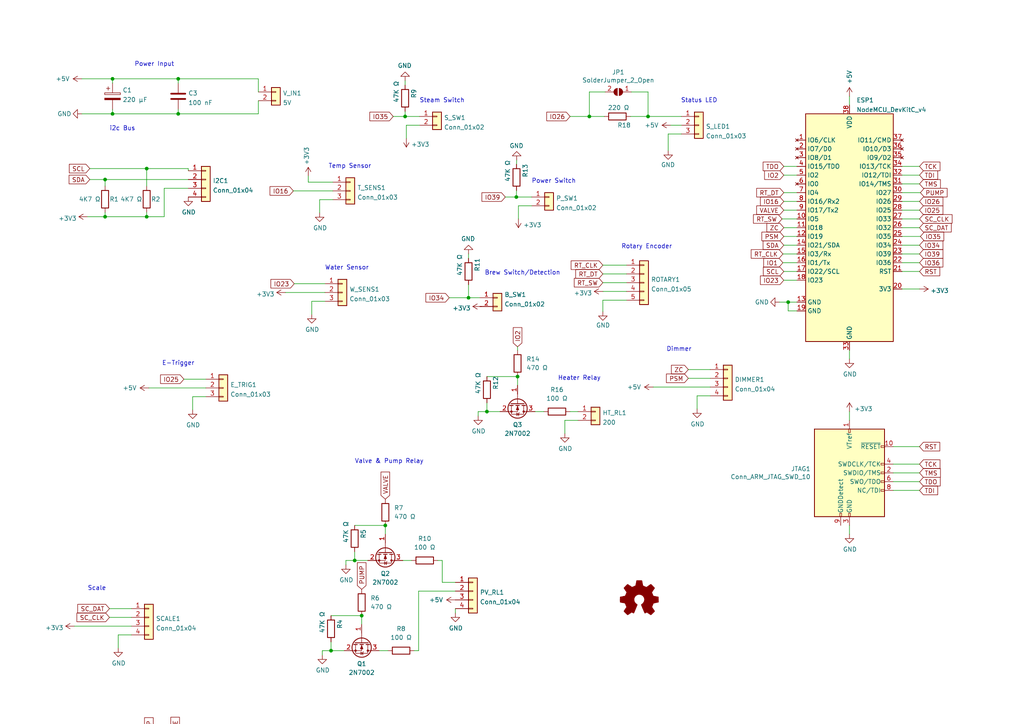
<source format=kicad_sch>
(kicad_sch (version 20230121) (generator eeschema)
  (paper "A4")
  (title_block (title "ESP32 Breakout Board") (date "2023-02-20") (rev "1.4") (company "CleverCoffee "))
  (junction (at 246.38 246.38))
  (junction (at 111.76 152.4))
  (junction (at 246.38 236.22))
  (junction (at 96.012 188.722))
  (junction (at 228.6 87.63))
  (junction (at 261.62 246.38))
  (junction (at 51.689 33.02))
  (junction (at 42.545 48.895))
  (junction (at 102.87 162.56))
  (junction (at 170.942 33.782))
  (junction (at 164.211 242.57))
  (junction (at 149.7584 57.15))
  (junction (at 129.54 232.41))
  (junction (at 129.54 242.57))
  (junction (at 144.78 242.57))
  (junction (at 135.89 86.36))
  (junction (at 51.689 22.86))
  (junction (at 32.639 22.86))
  (junction (at 30.48 52.07))
  (junction (at 42.545 62.865))
  (junction (at 32.639 33.02))
  (junction (at 150.114 109.22))
  (junction (at 141.224 119.38))
  (junction (at 104.902 178.562))
  (junction (at 279.4 246.38))
  (junction (at 117.5004 33.782))
  (junction (at 30.48 62.865))
  (junction (at 187.96 33.782))
  (wire (pts (xy 149.8092 55.2704) (xy 149.7584 57.15)))
  (wire (pts (xy 165.354 33.782) (xy 170.942 33.782)))
  (wire (pts (xy 85.344 82.296) (xy 94.234 82.296)))
  (wire (pts (xy 117.5004 33.782) (xy 121.666 33.782)))
  (wire (pts (xy 141.224 109.22) (xy 150.114 109.22)))
  (wire (pts (xy 279.4 243.84) (xy 279.4 246.38)))
  (wire (pts (xy 34.29 184.15) (xy 34.29 187.96)))
  (wire (pts (xy 85.09 55.372) (xy 96.52 55.372)))
  (wire (pts (xy 120.142 188.722) (xy 121.412 188.722)))
  (wire (pts (xy 117.5004 23.4188) (xy 117.5004 24.6888)))
  (wire (pts (xy 181.7116 76.9112) (xy 174.8536 76.9112)))
  (wire (pts (xy 150.114 109.22) (xy 150.114 111.76)))
  (wire (pts (xy 93.472 188.722) (xy 93.472 189.992)))
  (wire (pts (xy 128.27 168.91) (xy 132.08 168.91)))
  (wire (pts (xy 226.06 87.63) (xy 228.6 87.63)))
  (wire (pts (xy 137.16 232.41) (xy 137.16 234.95)))
  (wire (pts (xy 187.96 26.67) (xy 187.96 33.782)))
  (wire (pts (xy 194.564 36.322) (xy 197.612 36.322)))
  (wire (pts (xy 42.545 53.975) (xy 42.545 48.895)))
  (wire (pts (xy 51.689 22.86) (xy 51.689 24.13)))
  (wire (pts (xy 90.424 87.376) (xy 94.234 87.376)))
  (wire (pts (xy 279.4 255.27) (xy 279.4 251.46)))
  (wire (pts (xy 170.942 26.67) (xy 170.942 33.782)))
  (wire (pts (xy 174.8536 81.9912) (xy 181.7116 81.9912)))
  (wire (pts (xy 197.612 38.862) (xy 193.802 38.862)))
  (wire (pts (xy 26.035 52.07) (xy 30.48 52.07)))
  (wire (pts (xy 32.639 33.02) (xy 51.689 33.02)))
  (wire (pts (xy 246.38 101.6) (xy 246.38 104.14)))
  (wire (pts (xy 30.48 62.865) (xy 42.545 62.865)))
  (wire (pts (xy 243.586 246.38) (xy 246.38 246.38)))
  (wire (pts (xy 90.424 91.186) (xy 90.424 87.376)))
  (wire (pts (xy 43.18 112.522) (xy 59.69 112.522)))
  (wire (pts (xy 154.178 59.69) (xy 150.368 59.69)))
  (wire (pts (xy 89.408 52.832) (xy 89.408 51.054)))
  (wire (pts (xy 259.08 137.16) (xy 266.7 137.16)))
  (wire (pts (xy 259.08 246.38) (xy 261.62 246.38)))
  (wire (pts (xy 32.639 22.86) (xy 32.639 24.13)))
  (wire (pts (xy 51.689 31.75) (xy 51.689 33.02)))
  (wire (pts (xy 259.08 134.62) (xy 266.7 134.62)))
  (wire (pts (xy 228.6 87.63) (xy 231.14 87.63)))
  (wire (pts (xy 246.38 27.94) (xy 246.38 30.48)))
  (wire (pts (xy 279.4 251.46) (xy 283.21 251.46)))
  (wire (pts (xy 93.472 188.722) (xy 96.012 188.722)))
  (wire (pts (xy 135.89 86.36) (xy 139.192 86.36)))
  (wire (pts (xy 227.33 50.8) (xy 231.14 50.8)))
  (wire (pts (xy 31.75 176.53) (xy 38.1 176.53)))
  (wire (pts (xy 32.639 31.75) (xy 32.639 33.02)))
  (wire (pts (xy 150.114 100.584) (xy 150.114 101.6)))
  (wire (pts (xy 31.75 179.07) (xy 38.1 179.07)))
  (wire (pts (xy 261.62 50.8) (xy 266.7 50.8)))
  (wire (pts (xy 174.9044 84.5312) (xy 181.7116 84.5312)))
  (wire (pts (xy 165.354 119.38) (xy 167.64 119.38)))
  (wire (pts (xy 164.211 242.57) (xy 166.878 242.57)))
  (wire (pts (xy 226.822 63.5) (xy 231.14 63.5)))
  (wire (pts (xy 149.479 245.11) (xy 166.878 245.11)))
  (wire (pts (xy 227.33 68.58) (xy 231.14 68.58)))
  (wire (pts (xy 227.33 71.12) (xy 231.14 71.12)))
  (wire (pts (xy 157.734 119.38) (xy 155.194 119.38)))
  (wire (pts (xy 92.71 57.912) (xy 96.52 57.912)))
  (wire (pts (xy 167.64 121.92) (xy 163.83 121.92)))
  (wire (pts (xy 174.8536 87.0712) (xy 174.8536 90.3732)))
  (wire (pts (xy 227.076 76.2) (xy 231.14 76.2)))
  (wire (pts (xy 100.33 162.56) (xy 100.33 163.83)))
  (wire (pts (xy 129.54 241.3) (xy 129.54 242.57)))
  (wire (pts (xy 96.012 188.722) (xy 99.822 188.722)))
  (wire (pts (xy 53.34 109.982) (xy 59.69 109.982)))
  (wire (pts (xy 42.545 62.865) (xy 42.545 61.595)))
  (wire (pts (xy 112.522 188.722) (xy 109.982 188.722)))
  (wire (pts (xy 111.76 152.4) (xy 111.76 154.94)))
  (wire (pts (xy 279.4 234.95) (xy 279.4 236.22)))
  (wire (pts (xy 261.62 60.96) (xy 266.7 60.96)))
  (wire (pts (xy 261.62 58.42) (xy 266.7 58.42)))
  (wire (pts (xy 51.689 22.86) (xy 74.93 22.86)))
  (wire (pts (xy 261.62 53.34) (xy 266.7 53.34)))
  (wire (pts (xy 121.666 36.322) (xy 117.856 36.322)))
  (wire (pts (xy 141.224 119.38) (xy 145.034 119.38)))
  (wire (pts (xy 182.88 33.782) (xy 187.96 33.782)))
  (wire (pts (xy 96.012 186.182) (xy 96.012 188.722)))
  (wire (pts (xy 21.59 181.61) (xy 38.1 181.61)))
  (wire (pts (xy 261.62 48.26) (xy 266.7 48.26)))
  (wire (pts (xy 227.33 55.88) (xy 231.14 55.88)))
  (wire (pts (xy 142.24 242.57) (xy 144.78 242.57)))
  (wire (pts (xy 138.684 119.38) (xy 141.224 119.38)))
  (wire (pts (xy 96.012 178.562) (xy 104.902 178.562)))
  (wire (pts (xy 259.08 142.24) (xy 266.7 142.24)))
  (wire (pts (xy 128.27 162.56) (xy 128.27 168.91)))
  (wire (pts (xy 23.749 22.86) (xy 32.639 22.86)))
  (wire (pts (xy 227.33 58.42) (xy 231.14 58.42)))
  (wire (pts (xy 102.87 152.4) (xy 111.76 152.4)))
  (wire (pts (xy 100.33 162.56) (xy 102.87 162.56)))
  (wire (pts (xy 149.7584 57.15) (xy 154.178 57.15)))
  (wire (pts (xy 261.62 55.88) (xy 266.954 55.88)))
  (wire (pts (xy 102.87 162.56) (xy 106.68 162.56)))
  (wire (pts (xy 146.558 57.15) (xy 149.7584 57.15)))
  (wire (pts (xy 261.62 245.11) (xy 261.62 246.38)))
  (wire (pts (xy 175.514 26.67) (xy 170.942 26.67)))
  (wire (pts (xy 170.942 33.782) (xy 175.26 33.782)))
  (wire (pts (xy 261.62 63.5) (xy 266.7 63.5)))
  (wire (pts (xy 82.804 84.836) (xy 94.234 84.836)))
  (wire (pts (xy 129.54 232.41) (xy 137.16 232.41)))
  (wire (pts (xy 74.93 22.86) (xy 74.93 26.67)))
  (wire (pts (xy 199.644 107.188) (xy 205.994 107.188)))
  (wire (pts (xy 246.38 119.38) (xy 246.38 121.92)))
  (wire (pts (xy 127 162.56) (xy 128.27 162.56)))
  (wire (pts (xy 246.38 236.22) (xy 254 236.22)))
  (wire (pts (xy 199.644 109.728) (xy 205.994 109.728)))
  (wire (pts (xy 246.38 236.22) (xy 246.38 237.49)))
  (wire (pts (xy 261.62 68.58) (xy 266.954 68.58)))
  (wire (pts (xy 127 242.57) (xy 129.54 242.57)))
  (wire (pts (xy 202.184 114.808) (xy 205.994 114.808)))
  (wire (pts (xy 55.88 115.062) (xy 59.69 115.062)))
  (wire (pts (xy 51.689 33.02) (xy 74.93 33.02)))
  (wire (pts (xy 130.302 86.36) (xy 135.89 86.36)))
  (wire (pts (xy 74.93 33.02) (xy 74.93 29.21)))
  (wire (pts (xy 259.08 139.7) (xy 266.7 139.7)))
  (wire (pts (xy 26.035 48.895) (xy 42.545 48.895)))
  (wire (pts (xy 119.38 162.56) (xy 116.84 162.56)))
  (wire (pts (xy 135.89 82.55) (xy 135.89 86.36)))
  (wire (pts (xy 102.87 160.02) (xy 102.87 162.56)))
  (wire (pts (xy 227.33 48.26) (xy 231.14 48.26)))
  (wire (pts (xy 261.62 78.74) (xy 266.7 78.74)))
  (wire (pts (xy 42.545 48.895) (xy 54.61 48.895)))
  (wire (pts (xy 117.856 36.322) (xy 117.856 40.132)))
  (wire (pts (xy 227.33 60.96) (xy 231.14 60.96)))
  (wire (pts (xy 246.38 152.4) (xy 246.38 154.94)))
  (wire (pts (xy 144.78 232.41) (xy 144.78 233.68)))
  (wire (pts (xy 163.068 247.65) (xy 166.878 247.65)))
  (wire (pts (xy 227.33 81.28) (xy 231.14 81.28)))
  (wire (pts (xy 117.5004 32.3088) (xy 117.5004 33.782)))
  (wire (pts (xy 227.076 73.66) (xy 231.14 73.66)))
  (wire (pts (xy 96.52 52.832) (xy 89.408 52.832)))
  (wire (pts (xy 150.368 59.69) (xy 150.368 63.5)))
  (wire (pts (xy 228.6 90.17) (xy 228.6 87.63)))
  (wire (pts (xy 261.62 83.82) (xy 266.7 83.82)))
  (wire (pts (xy 30.48 61.595) (xy 30.48 62.865)))
  (wire (pts (xy 189.484 112.268) (xy 205.994 112.268)))
  (wire (pts (xy 261.62 71.12) (xy 266.7 71.12)))
  (wire (pts (xy 30.48 52.07) (xy 54.61 52.07)))
  (wire (pts (xy 23.749 33.02) (xy 32.639 33.02)))
  (wire (pts (xy 34.29 184.15) (xy 38.1 184.15)))
  (wire (pts (xy 25.4 62.865) (xy 30.48 62.865)))
  (wire (pts (xy 104.902 178.562) (xy 104.902 181.102)))
  (wire (pts (xy 254 236.22) (xy 254 238.76)))
  (wire (pts (xy 279.4 246.38) (xy 283.21 246.38)))
  (wire (pts (xy 231.14 90.17) (xy 228.6 90.17)))
  (wire (pts (xy 144.78 241.3) (xy 144.78 242.57)))
  (wire (pts (xy 149.86 46.482) (xy 149.8092 47.6504)))
  (wire (pts (xy 246.38 246.38) (xy 248.92 246.38)))
  (wire (pts (xy 54.61 48.895) (xy 54.61 49.53)))
  (wire (pts (xy 114.046 33.782) (xy 117.5004 33.782)))
  (wire (pts (xy 183.134 26.67) (xy 187.96 26.67)))
  (wire (pts (xy 138.684 119.38) (xy 138.684 120.65)))
  (wire (pts (xy 55.88 118.872) (xy 55.88 115.062)))
  (wire (pts (xy 121.412 171.45) (xy 132.08 171.45)))
  (wire (pts (xy 30.48 53.975) (xy 30.48 52.07)))
  (wire (pts (xy 246.38 245.11) (xy 246.38 246.38)))
  (wire (pts (xy 227.33 66.04) (xy 231.14 66.04)))
  (wire (pts (xy 135.89 73.66) (xy 135.89 74.93)))
  (wire (pts (xy 144.78 242.57) (xy 164.211 242.57)))
  (wire (pts (xy 129.54 232.41) (xy 129.54 233.68)))
  (wire (pts (xy 187.96 33.782) (xy 197.612 33.782)))
  (wire (pts (xy 54.61 54.61) (xy 47.625 54.61)))
  (wire (pts (xy 42.545 62.865) (xy 47.625 62.865)))
  (wire (pts (xy 141.224 116.84) (xy 141.224 119.38)))
  (wire (pts (xy 181.7116 87.0712) (xy 174.8536 87.0712)))
  (wire (pts (xy 259.08 129.54) (xy 266.7 129.54)))
  (wire (pts (xy 227.33 78.74) (xy 231.14 78.74)))
  (wire (pts (xy 92.71 61.722) (xy 92.71 57.912)))
  (wire (pts (xy 164.211 233.68) (xy 164.211 234.95)))
  (wire (pts (xy 129.54 242.57) (xy 132.08 242.57)))
  (wire (pts (xy 261.62 76.2) (xy 266.7 76.2)))
  (wire (pts (xy 261.62 236.22) (xy 261.62 237.49)))
  (wire (pts (xy 47.625 54.61) (xy 47.625 62.865)))
  (wire (pts (xy 163.83 121.92) (xy 163.83 125.73)))
  (wire (pts (xy 132.08 176.53) (xy 132.08 177.8)))
  (wire (pts (xy 261.62 66.04) (xy 266.7 66.04)))
  (wire (pts (xy 174.8536 79.4512) (xy 181.7116 79.4512)))
  (wire (pts (xy 193.802 38.862) (xy 193.802 43.688)))
  (wire (pts (xy 202.184 114.808) (xy 202.184 118.618)))
  (wire (pts (xy 121.412 188.722) (xy 121.412 171.45)))
  (wire (pts (xy 261.62 73.66) (xy 266.7 73.66)))
  (wire (pts (xy 32.639 22.86) (xy 51.689 22.86)))
  (wire (pts (xy 261.62 246.38) (xy 279.4 246.38)))
  (wire (pts (xy 163.068 251.46) (xy 163.068 247.65)))
  (wire (pts (xy 281.432 248.92) (xy 283.21 248.92)))
  (text "Pressure Sensor\n" (at 284.48 242.57 0) (effects (font (size 1.27 1.27)) (justify left bottom)))
  (text "Status LED" (at 197.485 29.972 0) (effects (font (size 1.27 1.27)) (justify left bottom)))
  (text "i2c Bus\n" (at 31.75 38.1 0) (effects (font (size 1.27 1.27)) (justify left bottom)))
  (text "Power Switch" (at 154.178 53.34 0) (effects (font (size 1.27 1.27)) (justify left bottom)))
  (text "Brew Switch/Detection" (at 140.5636 79.9592 0) (effects (font (size 1.27 1.27)) (justify left bottom)))
  (text "E-Trigger" (at 46.99 106.172 0) (effects (font (size 1.27 1.27)) (justify left bottom)))
  (text "Flowmeter\n" (at 171.704 238.379 0) (effects (font (size 1.27 1.27)) (justify left bottom)))
  (text "Temp Sensor\n" (at 95.25 49.022 0) (effects (font (size 1.27 1.27)) (justify left bottom)))
  (text "Rotary Encoder" (at 180.1876 72.3392 0) (effects (font (size 1.27 1.27)) (justify left bottom)))
  (text "Steam Switch\n" (at 121.666 29.972 0) (effects (font (size 1.27 1.27)) (justify left bottom)))
  (text "Heater Relay" (at 161.798 110.49 0) (effects (font (size 1.27 1.27)) (justify left bottom)))
  (text "Scale\n" (at 25.4 171.45 0) (effects (font (size 1.27 1.27)) (justify left bottom)))
  (text "Logic Level Converter\n" (at 213.36 225.298 0) (effects (font (size 1.27 1.27)) (justify left bottom)))
  (text "Dimmer\n" (at 193.294 102.108 0) (effects (font (size 1.27 1.27)) (justify left bottom)))
  (text "Power Input" (at 38.989 19.431 0) (effects (font (size 1.27 1.27)) (justify left bottom)))
  (text "Valve & Pump Relay\n" (at 102.87 134.62 0) (effects (font (size 1.27 1.27)) (justify left bottom)))
  (text "Water Sensor\n" (at 94.234 78.486 0) (effects (font (size 1.27 1.27)) (justify left bottom)))
  (global_label "PUMP" (shape input) (at 43.18 215.9 90) (property "Intersheetrefs" "${INTERSHEET_REFS}" (effects hide)))
  (global_label "TDO" (shape input) (at 266.7 139.7 0) (property "Intersheetrefs" "${INTERSHEET_REFS}" (effects hide)))
  (global_label "RT_CLK" (shape input) (at 227.076 73.66 180) (property "Intersheetrefs" "${INTERSHEET_REFS}" (effects hide)))
  (global_label "SC_DAT" (shape input) (at 31.75 176.53 180) (property "Intersheetrefs" "${INTERSHEET_REFS}" (effects hide)))
  (global_label "SC_CLK" (shape input) (at 266.7 63.5 0) (property "Intersheetrefs" "${INTERSHEET_REFS}" (effects hide)))
  (global_label "IO36" (shape input) (at 243.586 246.38 180) (property "Intersheetrefs" "${INTERSHEET_REFS}" (effects hide)))
  (global_label "IO1" (shape input) (at 227.076 76.2 180) (property "Intersheetrefs" "${INTERSHEET_REFS}" (effects hide)))
  (global_label "TDI" (shape input) (at 266.7 142.24 0) (property "Intersheetrefs" "${INTERSHEET_REFS}" (effects hide)))
  (global_label "IO39" (shape input) (at 146.558 57.15 180) (property "Intersheetrefs" "${INTERSHEET_REFS}" (effects hide)))
  (global_label "ZC" (shape input) (at 227.33 66.04 180) (property "Intersheetrefs" "${INTERSHEET_REFS}" (effects hide)))
  (global_label "SC_CLK" (shape input) (at 31.75 179.07 180) (property "Intersheetrefs" "${INTERSHEET_REFS}" (effects hide)))
  (global_label "IO35" (shape input) (at 266.954 68.58 0) (property "Intersheetrefs" "${INTERSHEET_REFS}" (effects hide)))
  (global_label "TDI" (shape input) (at 266.7 50.8 0) (property "Intersheetrefs" "${INTERSHEET_REFS}" (effects hide)))
  (global_label "IO2" (shape input) (at 150.114 100.584 90) (property "Intersheetrefs" "${INTERSHEET_REFS}" (effects hide)))
  (global_label "RT_SW" (shape input) (at 174.8536 81.9912 180) (property "Intersheetrefs" "${INTERSHEET_REFS}" (effects hide)))
  (global_label "RST" (shape input) (at 266.7 129.54 0) (property "Intersheetrefs" "${INTERSHEET_REFS}" (effects hide)))
  (global_label "IO26" (shape input) (at 165.354 33.782 180) (property "Intersheetrefs" "${INTERSHEET_REFS}" (effects hide)))
  (global_label "PUMP" (shape input) (at 104.902 170.942 90) (property "Intersheetrefs" "${INTERSHEET_REFS}" (effects hide)))
  (global_label "IO23" (shape input) (at 227.33 81.28 180) (property "Intersheetrefs" "${INTERSHEET_REFS}" (effects hide)))
  (global_label "SDA" (shape input) (at 26.035 52.07 180) (property "Intersheetrefs" "${INTERSHEET_REFS}" (effects hide)))
  (global_label "RT_SW" (shape input) (at 226.822 63.5 180) (property "Intersheetrefs" "${INTERSHEET_REFS}" (effects hide)))
  (global_label "TDO" (shape input) (at 227.33 48.26 180) (property "Intersheetrefs" "${INTERSHEET_REFS}" (effects hide)))
  (global_label "PSM" (shape input) (at 227.33 68.58 180) (property "Intersheetrefs" "${INTERSHEET_REFS}" (effects hide)))
  (global_label "VALVE" (shape input) (at 111.76 144.78 90) (property "Intersheetrefs" "${INTERSHEET_REFS}" (effects hide)))
  (global_label "SDA" (shape input) (at 227.33 71.12 180) (property "Intersheetrefs" "${INTERSHEET_REFS}" (effects hide)))
  (global_label "IO16" (shape input) (at 227.33 58.42 180) (property "Intersheetrefs" "${INTERSHEET_REFS}" (effects hide)))
  (global_label "VALVE" (shape input) (at 50.8 215.9 90) (property "Intersheetrefs" "${INTERSHEET_REFS}" (effects hide)))
  (global_label "SCL" (shape input) (at 26.035 48.895 180) (property "Intersheetrefs" "${INTERSHEET_REFS}" (effects hide)))
  (global_label "TMS" (shape input) (at 266.7 137.16 0) (property "Intersheetrefs" "${INTERSHEET_REFS}" (effects hide)))
  (global_label "IO25" (shape input) (at 53.34 109.982 180) (property "Intersheetrefs" "${INTERSHEET_REFS}" (effects hide)))
  (global_label "ZC" (shape input) (at 199.644 107.188 180) (property "Intersheetrefs" "${INTERSHEET_REFS}" (effects hide)))
  (global_label "IO23" (shape input) (at 85.344 82.296 180) (property "Intersheetrefs" "${INTERSHEET_REFS}" (effects hide)))
  (global_label "TCK" (shape input) (at 266.7 48.26 0) (property "Intersheetrefs" "${INTERSHEET_REFS}" (effects hide)))
  (global_label "IO1" (shape input) (at 127 242.57 180) (property "Intersheetrefs" "${INTERSHEET_REFS}" (effects hide)))
  (global_label "IO39" (shape input) (at 266.7 73.66 0) (property "Intersheetrefs" "${INTERSHEET_REFS}" (effects hide)))
  (global_label "VALVE" (shape input) (at 227.33 60.96 180) (property "Intersheetrefs" "${INTERSHEET_REFS}" (effects hide)))
  (global_label "IO26" (shape input) (at 266.7 58.42 0) (property "Intersheetrefs" "${INTERSHEET_REFS}" (effects hide)))
  (global_label "SC_DAT" (shape input) (at 266.7 66.04 0) (property "Intersheetrefs" "${INTERSHEET_REFS}" (effects hide)))
  (global_label "RT_CLK" (shape input) (at 174.8536 76.9112 180) (property "Intersheetrefs" "${INTERSHEET_REFS}" (effects hide)))
  (global_label "IO36" (shape input) (at 266.7 76.2 0) (property "Intersheetrefs" "${INTERSHEET_REFS}" (effects hide)))
  (global_label "TCK" (shape input) (at 266.7 134.62 0) (property "Intersheetrefs" "${INTERSHEET_REFS}" (effects hide)))
  (global_label "IO35" (shape input) (at 114.046 33.782 180) (property "Intersheetrefs" "${INTERSHEET_REFS}" (effects hide)))
  (global_label "RST" (shape input) (at 266.7 78.74 0) (property "Intersheetrefs" "${INTERSHEET_REFS}" (effects hide)))
  (global_label "IO2" (shape input) (at 227.33 50.8 180) (property "Intersheetrefs" "${INTERSHEET_REFS}" (effects hide)))
  (global_label "IO34" (shape input) (at 130.302 86.36 180) (property "Intersheetrefs" "${INTERSHEET_REFS}" (effects hide)))
  (global_label "TMS" (shape input) (at 266.7 53.34 0) (property "Intersheetrefs" "${INTERSHEET_REFS}" (effects hide)))
  (global_label "SCL" (shape input) (at 227.33 78.74 180) (property "Intersheetrefs" "${INTERSHEET_REFS}" (effects hide)))
  (global_label "IO16" (shape input) (at 85.09 55.372 180) (property "Intersheetrefs" "${INTERSHEET_REFS}" (effects hide)))
  (global_label "RT_DT" (shape input) (at 174.8536 79.4512 180) (property "Intersheetrefs" "${INTERSHEET_REFS}" (effects hide)))
  (global_label "IO34" (shape input) (at 266.7 71.12 0) (property "Intersheetrefs" "${INTERSHEET_REFS}" (effects hide)))
  (global_label "RT_DT" (shape input) (at 227.33 55.88 180) (property "Intersheetrefs" "${INTERSHEET_REFS}" (effects hide)))
  (global_label "PUMP" (shape input) (at 266.954 55.88 0) (property "Intersheetrefs" "${INTERSHEET_REFS}" (effects hide)))
  (global_label "IO25" (shape input) (at 266.7 60.96 0) (property "Intersheetrefs" "${INTERSHEET_REFS}" (effects hide)))
  (global_label "PSM" (shape input) (at 199.644 109.728 180) (property "Intersheetrefs" "${INTERSHEET_REFS}" (effects hide)))
  (symbol (lib_name "GND_1") (lib_id "power:GND") (at 43.18 226.06 0) (mirror y) (unit 1)
    (property "Reference" "#PWR027" (effects hide))
    (property "Value" "GND" (at 43.18 231.14 0))
  )
  (symbol (lib_id "power:GND") (at 279.4 234.95 180) (unit 1)
    (property "Reference" "#PWR018" (effects hide))
    (property "Value" "GND" (at 279.273 230.5558 0))
  )
  (symbol (lib_id "Transistor_FET:2N7002") (at 137.16 240.03 270) (unit 1)
    (property "Reference" "Q4" (at 137.16 246.38 90))
    (property "Value" "2N7002" (at 137.16 248.92 90))
    (property "Footprint" "Package_TO_SOT_SMD:SOT-23" (effects hide))
    (property "Datasheet" "https://jlcpcb.com/partdetail/9040-2N7002/C8545" (effects hide))
    (property "LCSC Part" "C8545" (effects hide))
    (property "JLCPCB BOM" "true" (effects hide))
    (property "JLCPCB Rotation Offset" "180" (effects hide))
    (property "Sim.Device" "SUBCKT" (effects hide))
    (property "Sim.Library" "spice/2N7002.spice" (effects hide))
    (property "Sim.Name" "N7002" (effects hide))
    (property "Sim.Pins" "1=20 2=30 3=10" (effects hide))
  )
  (symbol (lib_id "Connector_Generic:Conn_01x02") (at 172.72 119.38 0) (unit 1)
    (property "Reference" "HT_RL1" (at 174.752 119.7415 0) (effects (justify left)))
    (property "Value" "200" (at 174.752 122.5166 0) (effects (justify left)))
    (property "Footprint" "Connector_PinSocket_2.54mm:PinSocket_1x02_P2.54mm_Vertical" (effects hide))
    (property "JLCPCB BOM" "false" (effects hide))
    (property "Sim.Device" "R" (effects hide))
    (property "Sim.Pins" "1=+ 2=-" (effects hide))
    (property "Sim.Params" "r=200" (effects hide))
  )
  (symbol (lib_id "Device:R") (at 117.5004 28.4988 0) (unit 1)
    (property "Reference" "R9" (at 120.0404 28.4988 90) (effects (justify left)))
    (property "Value" "47K Ω" (at 114.9604 29.7688 90) (effects (justify left)))
    (property "Footprint" "Capacitor_SMD:C_0603_1608Metric" (effects hide))
    (property "Datasheet" "https://jlcpcb.com/partdetail/26562-0603WAF4702T5E/C25819" (effects hide))
    (property "LCSC Part" "C25819" (effects hide))
    (property "JLCPCB BOM" "true" (effects hide))
    (property "Sim.Params" "r=47k" (effects hide))
  )
  (symbol (lib_id "Connector_Generic:Conn_01x03") (at 99.314 84.836 0) (unit 1)
    (property "Reference" "W_SENS1" (at 101.346 83.9275 0) (effects (justify left)))
    (property "Value" "Conn_01x03" (at 101.346 86.7026 0) (effects (justify left)))
    (property "Footprint" "Connector_PinSocket_2.54mm:PinSocket_1x03_P2.54mm_Vertical" (effects hide))
    (property "JLCPCB BOM" "false" (effects hide))
    (property "Sim.Enable" "0" (effects hide))
  )
  (symbol (lib_id "power:GND") (at 246.38 104.14 0) (unit 1)
    (property "Reference" "#PWR045" (effects hide))
    (property "Value" "GND" (at 246.507 108.5342 0))
  )
  (symbol (lib_id "Simulation_SPICE:VPULSE") (at 43.18 220.98 0) (mirror y) (unit 1)
    (property "Reference" "V2" (at 39.37 218.3102 0) (effects (justify left)))
    (property "Value" "VPULSE" (at 39.37 220.8502 0) (effects (justify left)))
    (property "Sim.Pins" "1=+ 2=-" (effects hide))
    (property "Sim.Type" "PULSE" (effects hide))
    (property "Sim.Device" "V" (effects hide))
    (property "Sim.Params" "y1=0 y2=3.3 td=2n tr=25n tf=25n tw=10m per=10m" (at 39.37 223.3902 0) (effects (justify left)))
  )
  (symbol (lib_id "power:GND") (at 164.211 233.68 180) (unit 1)
    (property "Reference" "#PWR012" (effects hide))
    (property "Value" "GND" (at 164.084 229.2858 0))
  )
  (symbol (lib_id "power:+5V") (at 144.78 232.41 0) (mirror y) (unit 1)
    (property "Reference" "#PWR034" (effects hide))
    (property "Value" "+5V" (at 144.78 228.6 0))
  )
  (symbol (lib_id "power:+3.3V") (at 89.408 51.054 0) (unit 1)
    (property "Reference" "#PWR014" (effects hide))
    (property "Value" "+3.3V" (at 88.929 47.879 90) (effects (justify left)))
  )
  (symbol (lib_id "Device:R") (at 149.8092 51.4604 0) (unit 1)
    (property "Reference" "R13" (at 152.3492 51.4604 90) (effects (justify left)))
    (property "Value" "47K Ω" (at 147.2692 52.7304 90) (effects (justify left)))
    (property "Footprint" "Capacitor_SMD:C_0603_1608Metric" (effects hide))
    (property "Datasheet" "https://jlcpcb.com/partdetail/26562-0603WAF4702T5E/C25819" (effects hide))
    (property "LCSC Part" "C25819" (effects hide))
    (property "JLCPCB BOM" "true" (effects hide))
    (property "Sim.Params" "r=47k" (effects hide))
  )
  (symbol (lib_id "Device:R") (at 102.87 156.21 0) (unit 1)
    (property "Reference" "R5" (at 105.41 156.21 90) (effects (justify left)))
    (property "Value" "47K Ω" (at 100.33 157.48 90) (effects (justify left)))
    (property "Footprint" "Capacitor_SMD:C_0603_1608Metric" (effects hide))
    (property "Datasheet" "https://jlcpcb.com/partdetail/26562-0603WAF4702T5E/C25819" (effects hide))
    (property "LCSC Part" "C25819" (effects hide))
    (property "JLCPCB BOM" "true" (effects hide))
    (property "Sim.Params" "r=47k" (effects hide))
  )
  (symbol (lib_id "Device:C") (at 279.4 240.03 0) (unit 1)
    (property "Reference" "C4" (at 282.321 239.1215 0) (effects (justify left)))
    (property "Value" "100 nF" (at 269.24 240.03 0) (effects (justify left)))
    (property "Footprint" "Capacitor_SMD:C_0603_1608Metric" (effects hide))
    (property "Datasheet" "https://jlcpcb.com/partdetail/Yageo-CC0603KRX7R9BB104/C14663" (effects hide))
    (property "LCSC Part" "C14663" (effects hide))
    (property "JLCPCB BOM" "true" (effects hide))
  )
  (symbol (lib_id "power:GND") (at 279.4 255.27 0) (unit 1)
    (property "Reference" "#PWR019" (effects hide))
    (property "Value" "GND" (at 279.527 259.6642 0))
  )
  (symbol (lib_id "Connector_Generic:Conn_01x02") (at 80.01 26.67 0) (unit 1)
    (property "Reference" "V_IN1" (at 82.042 27.0315 0) (effects (justify left)))
    (property "Value" "5V" (at 82.042 29.8066 0) (effects (justify left)))
    (property "Footprint" "Connector_PinSocket_2.54mm:PinSocket_1x02_P2.54mm_Vertical" (effects hide))
    (property "JLCPCB BOM" "false" (effects hide))
    (property "Sim.Device" "V" (effects hide))
    (property "Sim.Type" "DC" (effects hide))
    (property "Sim.Pins" "1=+ 2=-" (effects hide))
  )
  (symbol (lib_id "power:GND") (at 132.08 177.8 0) (unit 1)
    (property "Reference" "#PWR025" (effects hide))
    (property "Value" "GND" (at 132.207 182.1942 0))
  )
  (symbol (lib_id "Connector_Generic:Conn_01x04") (at 43.18 179.07 0) (unit 1)
    (property "Reference" "SCALE1" (at 45.212 179.4315 0) (effects (justify left)))
    (property "Value" "Conn_01x04" (at 45.212 182.2066 0) (effects (justify left)))
    (property "Footprint" "Connector_PinSocket_2.54mm:PinSocket_1x04_P2.54mm_Vertical" (effects hide))
    (property "JLCPCB BOM" "false" (effects hide))
    (property "Sim.Enable" "0" (effects hide))
  )
  (symbol (lib_id "Device:C_Polarized") (at 32.639 27.94 0) (unit 1)
    (property "Reference" "C1" (at 35.56 26.1425 0) (effects (justify left)))
    (property "Value" "220 μF" (at 35.56 28.9176 0) (effects (justify left)))
    (property "Footprint" "Capacitor_THT:CP_Radial_D8.0mm_P3.80mm" (effects hide))
    (property "Datasheet" "https://jlcpcb.com/partdetail/Yageo-CC0603KRX7R9BB104/C14663" (effects hide))
    (property "JLCPCB BOM" "false" (effects hide))
  )
  (symbol (lib_id "Device:R") (at 111.76 148.59 0) (unit 1)
    (property "Reference" "R7" (at 114.3 147.32 0) (effects (justify left)))
    (property "Value" "470 Ω" (at 114.3 149.86 0) (effects (justify left)))
    (property "Footprint" "Capacitor_SMD:C_0603_1608Metric" (effects hide))
    (property "Datasheet" "https://jlcpcb.com/partdetail/23906-0603WAF4700T5E/C23179" (effects hide))
    (property "LCSC Part" "C23179" (effects hide))
    (property "JLCPCB BOM" "true" (effects hide))
    (property "Sim.Params" "r=470" (effects hide))
  )
  (symbol (lib_id "Connector_Generic:Conn_01x03") (at 202.692 36.322 0) (unit 1)
    (property "Reference" "S_LED1" (at 204.724 36.6835 0) (effects (justify left)))
    (property "Value" "Conn_01x03" (at 204.724 39.4586 0) (effects (justify left)))
    (property "Footprint" "Connector_PinSocket_2.54mm:PinSocket_1x03_P2.54mm_Vertical" (effects hide))
    (property "JLCPCB BOM" "false" (effects hide))
    (property "Sim.Device" "D" (effects hide))
    (property "Sim.Pins" "1=A 3=K" (effects hide))
  )
  (symbol (lib_id "power:+3.3V") (at 21.59 181.61 90) (unit 1)
    (property "Reference" "#PWR01" (effects hide))
    (property "Value" "+3.3V" (at 18.415 182.089 90) (effects (justify left)))
  )
  (symbol (lib_id "power:+3.3V") (at 266.7 83.82 270) (unit 1)
    (property "Reference" "#PWR048" (effects hide))
    (property "Value" "+3.3V" (at 269.875 84.299 90) (effects (justify left)))
  )
  (symbol (lib_id "power:GND") (at 163.83 125.73 0) (unit 1)
    (property "Reference" "#PWR033" (effects hide))
    (property "Value" "GND" (at 163.957 130.1242 0))
  )
  (symbol (lib_id "power:+5V") (at 23.749 22.86 90) (unit 1)
    (property "Reference" "#PWR03" (effects hide))
    (property "Value" "+5V" (at 16.129 22.86 90) (effects (justify right)))
  )
  (symbol (lib_id "power:GND") (at 226.06 87.63 270) (unit 1)
    (property "Reference" "#PWR043" (effects hide))
    (property "Value" "GND" (at 220.98 87.63 90))
  )
  (symbol (lib_id "Connector_Generic:Conn_01x05") (at 186.7916 81.9912 0) (unit 1)
    (property "Reference" "ROTARY1" (at 188.8236 81.0827 0) (effects (justify left)))
    (property "Value" "Conn_01x05" (at 188.8236 83.8578 0) (effects (justify left)))
    (property "Footprint" "Connector_PinSocket_2.54mm:PinSocket_1x05_P2.54mm_Vertical" (effects hide))
    (property "JLCPCB BOM" "false" (effects hide))
    (property "Sim.Enable" "0" (effects hide))
  )
  (symbol (lib_id "power:+3.3V") (at 82.804 84.836 90) (unit 1)
    (property "Reference" "#PWR013" (effects hide))
    (property "Value" "+3.3V" (at 79.629 85.315 90) (effects (justify left)))
  )
  (symbol (lib_id "power:+3.3V") (at 129.54 232.41 0) (mirror y) (unit 1)
    (property "Reference" "#PWR032" (effects hide))
    (property "Value" "+3.3V" (at 129.159 229.1588 90) (effects (justify left)))
  )
  (symbol (lib_id "Device:R") (at 104.902 174.752 0) (unit 1)
    (property "Reference" "R6" (at 107.442 173.482 0) (effects (justify left)))
    (property "Value" "470 Ω" (at 107.442 176.022 0) (effects (justify left)))
    (property "Footprint" "Capacitor_SMD:C_0603_1608Metric" (effects hide))
    (property "Datasheet" "https://jlcpcb.com/partdetail/23906-0603WAF4700T5E/C23179" (effects hide))
    (property "LCSC Part" "C23179" (effects hide))
    (property "JLCPCB BOM" "true" (effects hide))
    (property "Sim.Params" "r=470" (effects hide))
  )
  (symbol (lib_id "Graphic:Logo_Open_Hardware_Small") (at 185.42 173.99 0) (unit 1)
    (property "Reference" "#LOGO1" (effects hide))
    (property "Value" "Logo_Open_Hardware_Small" (effects hide))
    (property "Footprint" "Symbol:OSHW-Logo2_7.3x6mm_SilkScreen" (effects hide))
  )
  (symbol (lib_id "power:GND") (at 34.29 187.96 0) (unit 1)
    (property "Reference" "#PWR05" (effects hide))
    (property "Value" "GND" (at 34.417 192.3542 0))
  )
  (symbol (lib_id "Connector_Generic:Conn_01x04") (at 211.074 109.728 0) (unit 1)
    (property "Reference" "DIMMER1" (at 213.106 110.0895 0) (effects (justify left)))
    (property "Value" "Conn_01x04" (at 213.106 112.8646 0) (effects (justify left)))
    (property "Footprint" "Connector_PinSocket_2.54mm:PinSocket_1x04_P2.54mm_Vertical" (effects hide))
    (property "JLCPCB BOM" "false" (effects hide))
    (property "Sim.Enable" "0" (effects hide))
  )
  (symbol (lib_id "Connector_Generic:Conn_01x04") (at 59.69 52.07 0) (unit 1)
    (property "Reference" "I2C1" (at 61.722 52.4315 0) (effects (justify left)))
    (property "Value" "Conn_01x04" (at 61.722 55.2066 0) (effects (justify left)))
    (property "Footprint" "Connector_PinSocket_2.54mm:PinSocket_1x04_P2.54mm_Vertical" (effects hide))
    (property "JLCPCB BOM" "false" (effects hide))
    (property "Sim.Enable" "0" (effects hide))
  )
  (symbol (lib_id "power:GND") (at 54.61 57.15 0) (unit 1)
    (property "Reference" "#PWR09" (effects hide))
    (property "Value" "GND" (at 54.737 61.5442 0))
  )
  (symbol (lib_id "power:+3.3V") (at 246.38 119.38 0) (unit 1)
    (property "Reference" "#PWR046" (effects hide))
    (property "Value" "+3.3V" (at 247.777 118.589 0) (effects (justify left)))
  )
  (symbol (lib_id "power:+5V") (at 194.564 36.322 90) (unit 1)
    (property "Reference" "#PWR040" (effects hide))
    (property "Value" "+5V" (at 186.944 36.322 90) (effects (justify right)))
  )
  (symbol (lib_name "Conn_01x04_1") (lib_id "Connector_Generic:Conn_01x04") (at 137.16 171.45 0) (unit 1)
    (property "Reference" "PV_RL1" (at 139.192 171.8115 0) (effects (justify left)))
    (property "Value" "Conn_01x04" (at 139.192 174.5866 0) (effects (justify left)))
    (property "Footprint" "Connector_PinSocket_2.54mm:PinSocket_1x04_P2.54mm_Vertical" (effects hide))
    (property "JLCPCB BOM" "false" (effects hide))
    (property "Sim.Library" "spice/TwoResistors.spice" (effects hide))
    (property "Sim.Name" "TwoResistors" (effects hide))
    (property "Sim.Pins" "1=1 2=2 4=3" (effects hide))
  )
  (symbol (lib_id "Transistor_FET:2N7002") (at 254 243.84 270) (unit 1)
    (property "Reference" "Q5" (at 254 250.19 90))
    (property "Value" "2N7002" (at 254 252.73 90))
    (property "Footprint" "Package_TO_SOT_SMD:SOT-23" (effects hide))
    (property "Datasheet" "https://jlcpcb.com/partdetail/9040-2N7002/C8545" (effects hide))
    (property "LCSC Part" "C8545" (effects hide))
    (property "JLCPCB BOM" "true" (effects hide))
    (property "JLCPCB Rotation Offset" "180" (effects hide))
    (property "Sim.Device" "SUBCKT" (effects hide))
    (property "Sim.Library" "spice/2N7002.spice" (effects hide))
    (property "Sim.Name" "N7002" (effects hide))
    (property "Sim.Pins" "1=20 2=30 3=10" (effects hide))
  )
  (symbol (lib_id "power:+3.3V") (at 25.4 62.865 90) (unit 1)
    (property "Reference" "#PWR02" (effects hide))
    (property "Value" "+3.3V" (at 22.225 63.344 90) (effects (justify left)))
  )
  (symbol (lib_id "power:+5V") (at 281.432 248.92 90) (unit 1)
    (property "Reference" "#PWR020" (effects hide))
    (property "Value" "+5V" (at 273.812 248.92 90) (effects (justify right)))
  )
  (symbol (lib_id "power:+5V") (at 132.08 173.99 90) (unit 1)
    (property "Reference" "#PWR024" (effects hide))
    (property "Value" "+5V" (at 124.46 173.99 90) (effects (justify right)))
  )
  (symbol (lib_id "Device:R") (at 161.544 119.38 90) (unit 1)
    (property "Reference" "R16" (at 161.544 113.03 90))
    (property "Value" "100 Ω" (at 161.544 115.57 90))
    (property "Footprint" "Capacitor_SMD:C_0603_1608Metric" (effects hide))
    (property "Datasheet" "https://jlcpcb.com/partdetail/23502-0603WAF1000T5E/C22775" (effects hide))
    (property "LCSC Part" "C22775" (effects hide))
    (property "JLCPCB BOM" "true" (effects hide))
    (property "Sim.Params" "r=100" (effects hide))
  )
  (symbol (lib_id "Device:R") (at 116.332 188.722 90) (unit 1)
    (property "Reference" "R8" (at 116.332 182.372 90))
    (property "Value" "100 Ω" (at 116.332 184.912 90))
    (property "Footprint" "Capacitor_SMD:C_0603_1608Metric" (effects hide))
    (property "Datasheet" "https://jlcpcb.com/partdetail/23502-0603WAF1000T5E/C22775" (effects hide))
    (property "LCSC Part" "C22775" (effects hide))
    (property "JLCPCB BOM" "true" (effects hide))
    (property "Sim.Params" "r=100" (effects hide))
  )
  (symbol (lib_id "Transistor_FET:2N7002") (at 111.76 160.02 270) (unit 1)
    (property "Reference" "Q2" (at 111.76 166.37 90))
    (property "Value" "2N7002" (at 111.76 168.91 90))
    (property "Footprint" "Package_TO_SOT_SMD:SOT-23" (effects hide))
    (property "Datasheet" "https://jlcpcb.com/partdetail/9040-2N7002/C8545" (effects hide))
    (property "LCSC Part" "C8545" (effects hide))
    (property "JLCPCB BOM" "true" (effects hide))
    (property "JLCPCB Rotation Offset" "180" (effects hide))
    (property "Sim.Library" "spice/2N7002.spice" (effects hide))
    (property "Sim.Name" "N7002" (effects hide))
    (property "Sim.Device" "SUBCKT" (effects hide))
    (property "Sim.Pins" "1=20 2=30 3=10" (effects hide))
  )
  (symbol (lib_id "Connector_Generic:Conn_01x02") (at 126.746 33.782 0) (unit 1)
    (property "Reference" "S_SW1" (at 128.778 34.1435 0) (effects (justify left)))
    (property "Value" "Conn_01x02" (at 128.778 36.9186 0) (effects (justify left)))
    (property "Footprint" "Connector_PinSocket_2.54mm:PinSocket_1x02_P2.54mm_Vertical" (effects hide))
    (property "JLCPCB BOM" "false" (effects hide))
    (property "Sim.Enable" "0" (effects hide))
  )
  (symbol (lib_id "power:GND") (at 174.8536 90.3732 0) (unit 1)
    (property "Reference" "#PWR035" (effects hide))
    (property "Value" "GND" (at 174.9044 94.3356 0))
  )
  (symbol (lib_id "Device:R") (at 179.07 33.782 270) (unit 1)
    (property "Reference" "R18" (at 179.07 36.322 90) (effects (justify left)))
    (property "Value" "220 Ω" (at 176.276 31.242 90) (effects (justify left)))
    (property "Footprint" "Capacitor_SMD:C_0603_1608Metric" (effects hide))
    (property "Datasheet" "https://jlcpcb.com/partdetail/23689-0603WAF2200T5E/C22962" (effects hide))
    (property "LCSC Part" "C22962" (effects hide))
    (property "JLCPCB BOM" "true" (effects hide))
    (property "Sim.Params" "r=220" (effects hide))
  )
  (symbol (lib_id "power:+5V") (at 43.18 112.522 90) (unit 1)
    (property "Reference" "#PWR06" (effects hide))
    (property "Value" "+5V" (at 35.56 112.522 90) (effects (justify right)))
  )
  (symbol (lib_id "Connector_Generic:Conn_01x03") (at 64.77 112.522 0) (unit 1)
    (property "Reference" "E_TRIG1" (at 66.802 111.6135 0) (effects (justify left)))
    (property "Value" "Conn_01x03" (at 66.802 114.3886 0) (effects (justify left)))
    (property "Footprint" "Connector_PinSocket_2.54mm:PinSocket_1x03_P2.54mm_Vertical" (effects hide))
    (property "JLCPCB BOM" "false" (effects hide))
    (property "Sim.Enable" "0" (effects hide))
  )
  (symbol (lib_id "power:+5V") (at 149.479 245.11 90) (unit 1)
    (property "Reference" "#PWR08" (effects hide))
    (property "Value" "+5V" (at 141.859 245.11 90) (effects (justify right)))
  )
  (symbol (lib_id "Device:R") (at 150.114 105.41 0) (unit 1)
    (property "Reference" "R14" (at 152.654 104.14 0) (effects (justify left)))
    (property "Value" "470 Ω" (at 152.654 106.68 0) (effects (justify left)))
    (property "Footprint" "Capacitor_SMD:C_0603_1608Metric" (effects hide))
    (property "Datasheet" "https://jlcpcb.com/partdetail/23906-0603WAF4700T5E/C23179" (effects hide))
    (property "LCSC Part" "C23179" (effects hide))
    (property "JLCPCB BOM" "true" (effects hide))
    (property "Sim.Params" "r=470" (effects hide))
  )
  (symbol (lib_id "power:+3.3V") (at 150.368 63.5 180) (unit 1)
    (property "Reference" "#PWR031" (effects hide))
    (property "Value" "+3.3V" (at 151.765 65.249 0) (effects (justify right)))
  )
  (symbol (lib_id "power:GND") (at 193.802 43.688 0) (unit 1)
    (property "Reference" "#PWR039" (effects hide))
    (property "Value" "GND" (at 193.7512 47.8028 0))
  )
  (symbol (lib_id "Jumper:SolderJumper_2_Open") (at 179.324 26.67 180) (unit 1)
    (property "Reference" "JP1" (at 179.324 20.955 0))
    (property "Value" "SolderJumper_2_Open" (at 179.324 23.2664 0))
    (property "Footprint" "Jumper:SolderJumper-2_P1.3mm_Open_Pad1.0x1.5mm" (effects hide))
    (property "JLCPCB BOM" "false" (effects hide))
    (property "Sim.Enable" "0" (effects hide))
  )
  (symbol (lib_id "power:GND") (at 149.86 46.482 180) (unit 1)
    (property "Reference" "#PWR030" (effects hide))
    (property "Value" "GND" (at 149.8092 42.291 0))
  )
  (symbol (lib_id "Device:R") (at 96.012 182.372 0) (unit 1)
    (property "Reference" "R4" (at 98.552 182.372 90) (effects (justify left)))
    (property "Value" "47K Ω" (at 93.472 183.642 90) (effects (justify left)))
    (property "Footprint" "Capacitor_SMD:C_0603_1608Metric" (effects hide))
    (property "Datasheet" "https://jlcpcb.com/partdetail/26562-0603WAF4702T5E/C25819" (effects hide))
    (property "LCSC Part" "C25819" (effects hide))
    (property "JLCPCB BOM" "true" (effects hide))
    (property "Sim.Params" "r=47k" (effects hide))
  )
  (symbol (lib_id "power:GND") (at 55.88 118.872 0) (unit 1)
    (property "Reference" "#PWR010" (effects hide))
    (property "Value" "GND" (at 56.007 123.2662 0))
  )
  (symbol (lib_id "Transistor_FET:2N7002") (at 104.902 186.182 270) (unit 1)
    (property "Reference" "Q1" (at 104.902 192.532 90))
    (property "Value" "2N7002" (at 104.902 195.072 90))
    (property "Footprint" "Package_TO_SOT_SMD:SOT-23" (effects hide))
    (property "Datasheet" "https://jlcpcb.com/partdetail/9040-2N7002/C8545" (effects hide))
    (property "LCSC Part" "C8545" (effects hide))
    (property "JLCPCB BOM" "true" (effects hide))
    (property "JLCPCB Rotation Offset" "180" (effects hide))
    (property "Sim.Device" "SUBCKT" (effects hide))
    (property "Sim.Library" "spice/2N7002.spice" (effects hide))
    (property "Sim.Name" "N7002" (effects hide))
    (property "Sim.Pins" "1=20 2=30 3=10" (effects hide))
  )
  (symbol (lib_id "power:GND") (at 138.684 120.65 0) (unit 1)
    (property "Reference" "#PWR029" (effects hide))
    (property "Value" "GND" (at 138.811 125.0442 0))
  )
  (symbol (lib_id "Device:R") (at 42.545 57.785 0) (unit 1)
    (property "Reference" "R2" (at 43.815 57.785 0) (effects (justify left)))
    (property "Value" "4K7 Ω" (at 34.925 57.785 0) (effects (justify left)))
    (property "Footprint" "Capacitor_SMD:C_0603_1608Metric" (effects hide))
    (property "Datasheet" "https://jlcpcb.com/partdetail/23889-0603WAF4701T5E/C23162" (effects hide))
    (property "LCSC Part" "C23162" (effects hide))
    (property "JLCPCB BOM" "true" (effects hide))
    (property "Sim.Params" "r=4.7k" (effects hide))
  )
  (symbol (lib_id "power:GND") (at 163.068 251.46 0) (unit 1)
    (property "Reference" "#PWR011" (effects hide))
    (property "Value" "GND" (at 163.195 255.8542 0))
  )
  (symbol (lib_id "Device:R") (at 30.48 57.785 0) (unit 1)
    (property "Reference" "R1" (at 31.75 57.785 0) (effects (justify left)))
    (property "Value" "4K7 Ω" (at 22.86 57.785 0) (effects (justify left)))
    (property "Footprint" "Capacitor_SMD:C_0603_1608Metric" (effects hide))
    (property "Datasheet" "https://jlcpcb.com/partdetail/23889-0603WAF4701T5E/C23162" (effects hide))
    (property "LCSC Part" "C23162" (effects hide))
    (property "JLCPCB BOM" "true" (effects hide))
    (property "Sim.Params" "r=4.7k" (effects hide))
  )
  (symbol (lib_name "GND_1") (lib_id "power:GND") (at 50.8 226.06 0) (unit 1)
    (property "Reference" "#PWR07" (effects hide))
    (property "Value" "GND" (at 50.8 231.14 0))
  )
  (symbol (lib_id "Simulation_SPICE:VPULSE") (at 50.8 220.98 0) (unit 1)
    (property "Reference" "V1" (at 54.61 218.3102 0) (effects (justify left)))
    (property "Value" "VPULSE" (at 54.61 220.8502 0) (effects (justify left)))
    (property "Sim.Pins" "1=+ 2=-" (effects hide))
    (property "Sim.Type" "PULSE" (effects hide))
    (property "Sim.Device" "V" (effects hide))
    (property "Sim.Params" "y1=0 y2=3.3 td=2n tr=25n tf=25n tw=10m per=10m" (at 54.61 223.3902 0) (effects (justify left)))
  )
  (symbol (lib_id "Connector_Generic:Conn_01x03") (at 101.6 55.372 0) (unit 1)
    (property "Reference" "T_SENS1" (at 103.632 54.4635 0) (effects (justify left)))
    (property "Value" "Conn_01x03" (at 103.632 57.2386 0) (effects (justify left)))
    (property "Footprint" "Connector_PinSocket_2.54mm:PinSocket_1x03_P2.54mm_Vertical" (effects hide))
    (property "JLCPCB BOM" "false" (effects hide))
    (property "Sim.Enable" "0" (effects hide))
  )
  (symbol (lib_id "Device:R") (at 246.38 241.3 0) (mirror y) (unit 1)
    (property "Reference" "R19" (at 243.84 240.03 0) (effects (justify left)))
    (property "Value" "10k Ω" (at 243.84 242.57 0) (effects (justify left)))
    (property "Footprint" "Resistor_SMD:R_0603_1608Metric" (effects hide))
    (property "Datasheet" "https://jlcpcb.com/partdetail/26547-0603WAF1002T5E/C25804" (effects hide))
    (property "LCSC Part" "C25804" (effects hide))
    (property "JLCPCB BOM" "true" (effects hide))
    (property "Sim.Params" "r=10k" (effects hide))
  )
  (symbol (lib_id "power:GND") (at 93.472 189.992 0) (unit 1)
    (property "Reference" "#PWR017" (effects hide))
    (property "Value" "GND" (at 93.599 194.3862 0))
  )
  (symbol (lib_id "power:+5V") (at 261.62 236.22 0) (mirror y) (unit 1)
    (property "Reference" "#PWR042" (effects hide))
    (property "Value" "+5V" (at 261.62 232.41 0))
  )
  (symbol (lib_id "Connector_Generic:Conn_01x02") (at 144.272 86.36 0) (unit 1)
    (property "Reference" "B_SW1" (at 146.304 85.4515 0) (effects (justify left)))
    (property "Value" "Conn_01x02" (at 146.304 88.2266 0) (effects (justify left)))
    (property "Footprint" "Connector_PinSocket_2.54mm:PinSocket_1x02_P2.54mm_Vertical" (effects hide))
    (property "JLCPCB BOM" "false" (effects hide))
    (property "Sim.Enable" "0" (effects hide))
  )
  (symbol (lib_id "power:GND") (at 23.749 33.02 270) (unit 1)
    (property "Reference" "#PWR04" (effects hide))
    (property "Value" "GND" (at 18.669 33.02 90))
  )
  (symbol (lib_id "Connector_Generic:Conn_01x02") (at 159.258 57.15 0) (unit 1)
    (property "Reference" "P_SW1" (at 161.29 57.5115 0) (effects (justify left)))
    (property "Value" "Conn_01x02" (at 161.29 60.2866 0) (effects (justify left)))
    (property "Footprint" "Connector_PinSocket_2.54mm:PinSocket_1x02_P2.54mm_Vertical" (effects hide))
    (property "JLCPCB BOM" "false" (effects hide))
    (property "Sim.Enable" "0" (effects hide))
  )
  (symbol (lib_id "power:GND") (at 246.38 154.94 0) (unit 1)
    (property "Reference" "#PWR047" (effects hide))
    (property "Value" "GND" (at 246.507 159.3342 0))
  )
  (symbol (lib_id "Device:R") (at 123.19 162.56 90) (unit 1)
    (property "Reference" "R10" (at 123.19 156.21 90))
    (property "Value" "100 Ω" (at 123.19 158.75 90))
    (property "Footprint" "Capacitor_SMD:C_0603_1608Metric" (effects hide))
    (property "Datasheet" "https://jlcpcb.com/partdetail/23502-0603WAF1000T5E/C22775" (effects hide))
    (property "LCSC Part" "C22775" (effects hide))
    (property "JLCPCB BOM" "true" (effects hide))
    (property "Sim.Params" "r=100" (effects hide))
  )
  (symbol (lib_id "Connector_Generic:Conn_01x03") (at 171.958 245.11 0) (unit 1)
    (property "Reference" "F_SENS1" (at 173.99 244.2015 0) (effects (justify left)))
    (property "Value" "Conn_01x03" (at 173.99 246.9766 0) (effects (justify left)))
    (property "Footprint" "Connector_PinSocket_2.54mm:PinSocket_1x03_P2.54mm_Vertical" (effects hide))
    (property "JLCPCB BOM" "false" (effects hide))
    (property "Sim.Enable" "0" (effects hide))
  )
  (symbol (lib_id "Device:R") (at 129.54 237.49 0) (mirror y) (unit 1)
    (property "Reference" "R15" (at 127 236.22 0) (effects (justify left)))
    (property "Value" "10k Ω" (at 127 238.76 0) (effects (justify left)))
    (property "Footprint" "Resistor_SMD:R_0603_1608Metric" (effects hide))
    (property "Datasheet" "https://jlcpcb.com/partdetail/26547-0603WAF1002T5E/C25804" (effects hide))
    (property "LCSC Part" "C25804" (effects hide))
    (property "JLCPCB BOM" "true" (effects hide))
    (property "Sim.Params" "r=10k" (effects hide))
  )
  (symbol (lib_id "power:GND") (at 92.71 61.722 0) (unit 1)
    (property "Reference" "#PWR016" (effects hide))
    (property "Value" "GND" (at 92.837 66.1162 0))
  )
  (symbol (lib_id "Connector_Generic:Conn_01x03") (at 288.29 248.92 0) (unit 1)
    (property "Reference" "P_SENS1" (at 290.322 248.0115 0) (effects (justify left)))
    (property "Value" "Conn_01x03" (at 290.322 250.7866 0) (effects (justify left)))
    (property "Footprint" "Connector_PinSocket_2.54mm:PinSocket_1x03_P2.54mm_Vertical" (effects hide))
    (property "JLCPCB BOM" "false" (effects hide))
    (property "Sim.Enable" "0" (effects hide))
  )
  (symbol (lib_id "power:GND") (at 100.33 163.83 0) (unit 1)
    (property "Reference" "#PWR021" (effects hide))
    (property "Value" "GND" (at 100.457 168.2242 0))
  )
  (symbol (lib_id "Device:R") (at 135.89 78.74 0) (unit 1)
    (property "Reference" "R11" (at 138.43 78.74 90) (effects (justify left)))
    (property "Value" "47K Ω" (at 133.35 80.01 90) (effects (justify left)))
    (property "Footprint" "Capacitor_SMD:C_0603_1608Metric" (effects hide))
    (property "Datasheet" "https://jlcpcb.com/partdetail/26562-0603WAF4702T5E/C25819" (effects hide))
    (property "LCSC Part" "C25819" (effects hide))
    (property "JLCPCB BOM" "true" (effects hide))
    (property "Sim.Params" "r=47k" (effects hide))
  )
  (symbol (lib_id "Device:R") (at 261.62 241.3 0) (unit 1)
    (property "Reference" "R20" (at 262.89 238.76 0) (effects (justify left)))
    (property "Value" "10k Ω" (at 262.89 241.3 0) (effects (justify left)))
    (property "Footprint" "Resistor_SMD:R_0603_1608Metric" (effects hide))
    (property "Datasheet" "https://jlcpcb.com/partdetail/26547-0603WAF1002T5E/C25804" (effects hide))
    (property "LCSC Part" "C25804" (effects hide))
    (property "JLCPCB BOM" "true" (effects hide))
    (property "Sim.Params" "r=10k" (effects hide))
  )
  (symbol (lib_id "power:+3.3V") (at 117.856 40.132 180) (unit 1)
    (property "Reference" "#PWR023" (effects hide))
    (property "Value" "+3.3V" (at 119.253 41.881 0) (effects (justify right)))
  )
  (symbol (lib_id "Connector:Conn_ARM_JTAG_SWD_10") (at 246.38 137.16 0) (unit 1)
    (property "Reference" "JTAG1" (at 235.1278 135.9916 0) (effects (justify right)))
    (property "Value" "Conn_ARM_JTAG_SWD_10" (at 235.1278 138.303 0) (effects (justify right)))
    (property "Footprint" "Connector_PinHeader_2.54mm:PinHeader_2x05_P2.54mm_Vertical" (effects hide))
    (property "Datasheet" "http://infocenter.arm.com/help/topic/com.arm.doc.ddi0314h/DDI0314H_coresight_components_trm.pdf" (effects hide))
    (property "JLCPCB BOM" "false" (effects hide))
    (property "Sim.Enable" "0" (effects hide))
  )
  (symbol (lib_id "Device:R") (at 141.224 113.03 0) (unit 1)
    (property "Reference" "R12" (at 143.764 113.03 90) (effects (justify left)))
    (property "Value" "47K Ω" (at 138.684 114.3 90) (effects (justify left)))
    (property "Footprint" "Capacitor_SMD:C_0603_1608Metric" (effects hide))
    (property "Datasheet" "https://jlcpcb.com/partdetail/26562-0603WAF4702T5E/C25819" (effects hide))
    (property "LCSC Part" "C25819" (effects hide))
    (property "JLCPCB BOM" "true" (effects hide))
    (property "Sim.Params" "r=47k" (effects hide))
  )
  (symbol (lib_id "Transistor_FET:2N7002") (at 150.114 116.84 270) (unit 1)
    (property "Reference" "Q3" (at 150.114 123.19 90))
    (property "Value" "2N7002" (at 150.114 125.73 90))
    (property "Footprint" "Package_TO_SOT_SMD:SOT-23" (effects hide))
    (property "Datasheet" "https://jlcpcb.com/partdetail/9040-2N7002/C8545" (effects hide))
    (property "LCSC Part" "C8545" (effects hide))
    (property "JLCPCB BOM" "true" (effects hide))
    (property "JLCPCB Rotation Offset" "180" (effects hide))
    (property "Sim.Device" "SUBCKT" (effects hide))
    (property "Sim.Library" "spice/2N7002.spice" (effects hide))
    (property "Sim.Name" "N7002" (effects hide))
    (property "Sim.Pins" "1=20 2=30 3=10" (effects hide))
  )
  (symbol (lib_id "power:+5V") (at 189.484 112.268 90) (unit 1)
    (property "Reference" "#PWR037" (effects hide))
    (property "Value" "+5V" (at 181.864 112.268 90) (effects (justify right)))
  )
  (symbol (lib_id "Device:R") (at 144.78 237.49 0) (unit 1)
    (property "Reference" "R17" (at 147.32 236.22 0) (effects (justify left)))
    (property "Value" "10k Ω" (at 147.32 238.76 0) (effects (justify left)))
    (property "Footprint" "Resistor_SMD:R_0603_1608Metric" (effects hide))
    (property "Datasheet" "https://jlcpcb.com/partdetail/26547-0603WAF1002T5E/C25804" (effects hide))
    (property "LCSC Part" "C25804" (effects hide))
    (property "JLCPCB BOM" "true" (effects hide))
    (property "Sim.Params" "r=10k" (effects hide))
  )
  (symbol (lib_id "power:+5V") (at 246.38 27.94 0) (unit 1)
    (property "Reference" "#PWR044" (effects hide))
    (property "Value" "+5V" (at 246.38 20.32 90) (effects (justify right)))
  )
  (symbol (lib_id "power:GND") (at 117.5004 23.4188 180) (unit 1)
    (property "Reference" "#PWR022" (effects hide))
    (property "Value" "GND" (at 117.3734 19.0246 0))
  )
  (symbol (lib_id "power:GND") (at 135.89 73.66 180) (unit 1)
    (property "Reference" "#PWR026" (effects hide))
    (property "Value" "GND" (at 135.763 69.2658 0))
  )
  (symbol (lib_id "power:+3.3V") (at 246.38 236.22 0) (mirror y) (unit 1)
    (property "Reference" "#PWR038" (effects hide))
    (property "Value" "+3.3V" (at 245.999 232.9688 90) (effects (justify left)))
  )
  (symbol (lib_id "power:+3.3V") (at 174.9044 84.5312 90) (unit 1)
    (property "Reference" "#PWR036" (effects hide))
    (property "Value" "+3.3V" (at 171.7294 85.0102 90) (effects (justify left)))
  )
  (symbol (lib_id "MCU_Espressif:NodeMCU_DevKitC_v4") (at 246.38 66.04 0) (unit 1)
    (property "Reference" "ESP1" (at 248.3994 29.0535 0) (effects (justify left)))
    (property "Value" "NodeMCU_DevKitC_v4" (at 248.3994 31.8286 0) (effects (justify left)))
    (property "Footprint" "Module:NodeMCU DevKitC v4" (effects hide))
    (property "Datasheet" "https://www.espressif.com/sites/default/files/documentation/esp32-wroom-32_datasheet_en.pdf" (effects hide))
    (property "JLCPCB BOM" "false" (effects hide))
    (property "Sim.Device" "V" (effects hide))
    (property "Sim.Type" "DC" (effects hide))
    (property "Sim.Pins" "13=- 20=+" (effects hide))
    (property "Sim.Params" "dc=3.3" (effects hide))
  )
  (symbol (lib_id "Device:C") (at 164.211 238.76 0) (unit 1)
    (property "Reference" "C2" (at 167.132 237.8515 0) (effects (justify left)))
    (property "Value" "100 nF" (at 154.051 238.76 0) (effects (justify left)))
    (property "Footprint" "Capacitor_SMD:C_0603_1608Metric" (effects hide))
    (property "Datasheet" "https://jlcpcb.com/partdetail/Yageo-CC0603KRX7R9BB104/C14663" (effects hide))
    (property "LCSC Part" "C14663" (effects hide))
    (property "JLCPCB BOM" "true" (effects hide))
  )
  (symbol (lib_id "power:GND") (at 202.184 118.618 0) (unit 1)
    (property "Reference" "#PWR041" (effects hide))
    (property "Value" "GND" (at 202.311 123.0122 0))
  )
  (symbol (lib_id "power:GND") (at 90.424 91.186 0) (unit 1)
    (property "Reference" "#PWR015" (effects hide))
    (property "Value" "GND" (at 90.551 95.5802 0))
  )
  (symbol (lib_id "Device:C") (at 51.689 27.94 0) (unit 1)
    (property "Reference" "C3" (at 54.61 27.0315 0) (effects (justify left)))
    (property "Value" "100 nF" (at 54.61 29.8066 0) (effects (justify left)))
    (property "Footprint" "Capacitor_SMD:C_0603_1608Metric" (effects hide))
    (property "Datasheet" "https://jlcpcb.com/partdetail/Yageo-CC0603KRX7R9BB104/C14663" (effects hide))
    (property "LCSC Part" "C14663" (effects hide))
    (property "JLCPCB BOM" "true" (effects hide))
  )
  (symbol (lib_id "power:+3.3V") (at 139.7 88.9 90) (unit 1)
    (property "Reference" "#PWR028" (effects hide))
    (property "Value" "+3.3V" (at 136.525 89.379 90) (effects (justify left)))
  )
)
</source>
